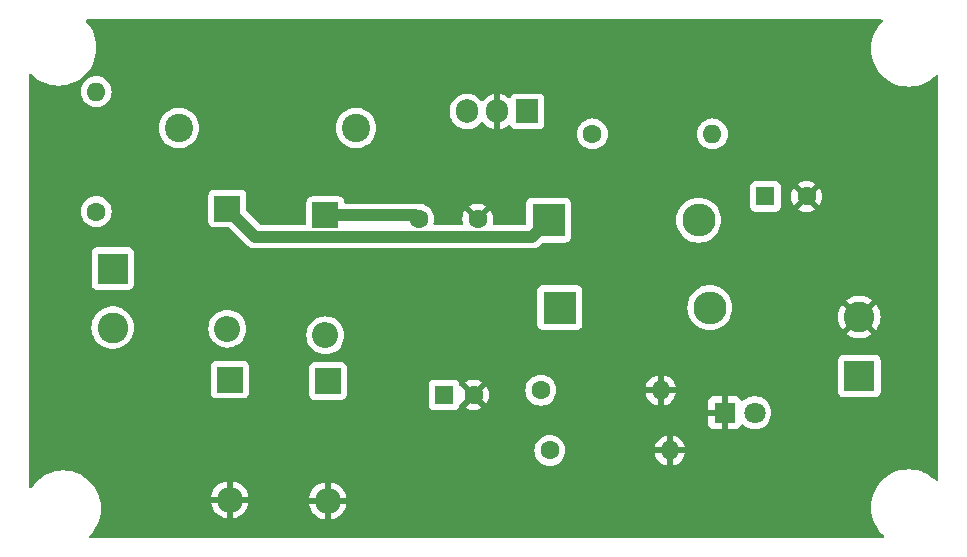
<source format=gbr>
%TF.GenerationSoftware,KiCad,Pcbnew,8.0.8*%
%TF.CreationDate,2026-02-04T08:37:40+05:30*%
%TF.ProjectId,power supply,706f7765-7220-4737-9570-706c792e6b69,rev?*%
%TF.SameCoordinates,Original*%
%TF.FileFunction,Copper,L1,Top*%
%TF.FilePolarity,Positive*%
%FSLAX46Y46*%
G04 Gerber Fmt 4.6, Leading zero omitted, Abs format (unit mm)*
G04 Created by KiCad (PCBNEW 8.0.8) date 2026-02-04 08:37:40*
%MOMM*%
%LPD*%
G01*
G04 APERTURE LIST*
%TA.AperFunction,ComponentPad*%
%ADD10R,2.200000X2.200000*%
%TD*%
%TA.AperFunction,ComponentPad*%
%ADD11O,2.200000X2.200000*%
%TD*%
%TA.AperFunction,ComponentPad*%
%ADD12R,2.600000X2.600000*%
%TD*%
%TA.AperFunction,ComponentPad*%
%ADD13C,2.600000*%
%TD*%
%TA.AperFunction,ComponentPad*%
%ADD14C,1.600000*%
%TD*%
%TA.AperFunction,ComponentPad*%
%ADD15O,1.600000X1.600000*%
%TD*%
%TA.AperFunction,ComponentPad*%
%ADD16R,1.800000X1.800000*%
%TD*%
%TA.AperFunction,ComponentPad*%
%ADD17C,1.800000*%
%TD*%
%TA.AperFunction,ComponentPad*%
%ADD18R,2.800000X2.800000*%
%TD*%
%TA.AperFunction,ComponentPad*%
%ADD19O,2.800000X2.800000*%
%TD*%
%TA.AperFunction,ComponentPad*%
%ADD20R,1.600000X1.600000*%
%TD*%
%TA.AperFunction,ComponentPad*%
%ADD21C,2.400000*%
%TD*%
%TA.AperFunction,ComponentPad*%
%ADD22R,1.905000X2.000000*%
%TD*%
%TA.AperFunction,ComponentPad*%
%ADD23O,1.905000X2.000000*%
%TD*%
%TA.AperFunction,Conductor*%
%ADD24C,1.000000*%
%TD*%
G04 APERTURE END LIST*
D10*
%TO.P,D1,1,K*%
%TO.N,Net-(D1-K)*%
X99300000Y-120920000D03*
D11*
%TO.P,D1,2,A*%
%TO.N,Net-(D1-A)*%
X99300000Y-131080000D03*
%TD*%
D10*
%TO.P,D2,1,K*%
%TO.N,Net-(D1-A)*%
X99500000Y-135400000D03*
D11*
%TO.P,D2,2,A*%
%TO.N,GND*%
X99500000Y-145560000D03*
%TD*%
D12*
%TO.P,J1,1,Pin_1*%
%TO.N,Net-(J1-Pin_1)*%
X89600000Y-126000000D03*
D13*
%TO.P,J1,2,Pin_2*%
%TO.N,Net-(D3-A)*%
X89600000Y-131000000D03*
%TD*%
D14*
%TO.P,R1,1*%
%TO.N,Net-(J1-Pin_1)*%
X88200000Y-121180000D03*
D15*
%TO.P,R1,2*%
%TO.N,Net-(D1-A)*%
X88200000Y-111020000D03*
%TD*%
D12*
%TO.P,J2,1,Pin_1*%
%TO.N,+5V*%
X152800000Y-135100000D03*
D13*
%TO.P,J2,2,Pin_2*%
%TO.N,GND*%
X152800000Y-130100000D03*
%TD*%
D14*
%TO.P,C2,1*%
%TO.N,Net-(D1-K)*%
X115500000Y-121800000D03*
%TO.P,C2,2*%
%TO.N,GND*%
X120500000Y-121800000D03*
%TD*%
D10*
%TO.P,D3,1,K*%
%TO.N,Net-(D1-K)*%
X107600000Y-121500000D03*
D11*
%TO.P,D3,2,A*%
%TO.N,Net-(D3-A)*%
X107600000Y-131660000D03*
%TD*%
D14*
%TO.P,R2,1*%
%TO.N,Net-(D5-A)*%
X125840000Y-136300000D03*
D15*
%TO.P,R2,2*%
%TO.N,GND*%
X136000000Y-136300000D03*
%TD*%
D16*
%TO.P,D7,1,K*%
%TO.N,GND*%
X141400000Y-138200000D03*
D17*
%TO.P,D7,2,A*%
%TO.N,Net-(D7-A)*%
X143940000Y-138200000D03*
%TD*%
D18*
%TO.P,D5,1,K*%
%TO.N,Net-(D1-K)*%
X126500000Y-121900000D03*
D19*
%TO.P,D5,2,A*%
%TO.N,Net-(D5-A)*%
X139200000Y-121900000D03*
%TD*%
D20*
%TO.P,C3,1*%
%TO.N,Net-(D1-K)*%
X117647349Y-136700000D03*
D14*
%TO.P,C3,2*%
%TO.N,GND*%
X120147349Y-136700000D03*
%TD*%
D21*
%TO.P,C1,1*%
%TO.N,Net-(J1-Pin_1)*%
X95200000Y-114100000D03*
%TO.P,C1,2*%
%TO.N,Net-(D1-A)*%
X110200000Y-114100000D03*
%TD*%
D14*
%TO.P,R3,1*%
%TO.N,Net-(D6-A)*%
X126600000Y-141400000D03*
D15*
%TO.P,R3,2*%
%TO.N,GND*%
X136760000Y-141400000D03*
%TD*%
D14*
%TO.P,R4,1*%
%TO.N,Net-(D1-K)*%
X130200000Y-114600000D03*
D15*
%TO.P,R4,2*%
%TO.N,Net-(D7-A)*%
X140360000Y-114600000D03*
%TD*%
D20*
%TO.P,C4,1*%
%TO.N,+5V*%
X144847349Y-119900000D03*
D14*
%TO.P,C4,2*%
%TO.N,GND*%
X148347349Y-119900000D03*
%TD*%
D22*
%TO.P,U1,1,VI*%
%TO.N,Net-(D1-K)*%
X124680000Y-112700000D03*
D23*
%TO.P,U1,2,GND*%
%TO.N,GND*%
X122140000Y-112700000D03*
%TO.P,U1,3,VO*%
%TO.N,+5V*%
X119600000Y-112700000D03*
%TD*%
D10*
%TO.P,D4,1,K*%
%TO.N,Net-(D3-A)*%
X107800000Y-135500000D03*
D11*
%TO.P,D4,2,A*%
%TO.N,GND*%
X107800000Y-145660000D03*
%TD*%
D18*
%TO.P,D6,1,K*%
%TO.N,Net-(D1-K)*%
X127450000Y-129300000D03*
D19*
%TO.P,D6,2,A*%
%TO.N,Net-(D6-A)*%
X140150000Y-129300000D03*
%TD*%
D24*
%TO.N,Net-(D1-K)*%
X125100000Y-123300000D02*
X101680000Y-123300000D01*
X107600000Y-121500000D02*
X115200000Y-121500000D01*
X126500000Y-121900000D02*
X125100000Y-123300000D01*
X101680000Y-123300000D02*
X99300000Y-120920000D01*
X115200000Y-121500000D02*
X115500000Y-121800000D01*
%TD*%
%TA.AperFunction,Conductor*%
%TO.N,GND*%
G36*
X154736080Y-104920185D02*
G01*
X154781835Y-104972989D01*
X154791779Y-105042147D01*
X154762754Y-105105703D01*
X154751668Y-105116959D01*
X154733343Y-105133334D01*
X154493805Y-105401377D01*
X154285790Y-105694545D01*
X154111905Y-106009168D01*
X153974339Y-106341281D01*
X153874828Y-106686694D01*
X153874826Y-106686703D01*
X153814614Y-107041085D01*
X153814612Y-107041097D01*
X153794457Y-107400000D01*
X153814612Y-107758902D01*
X153814614Y-107758914D01*
X153874826Y-108113296D01*
X153874828Y-108113305D01*
X153974339Y-108458718D01*
X154111905Y-108790831D01*
X154285790Y-109105454D01*
X154422851Y-109298622D01*
X154493806Y-109398623D01*
X154733339Y-109666661D01*
X155001377Y-109906194D01*
X155294548Y-110114211D01*
X155609167Y-110288094D01*
X155941276Y-110425659D01*
X156286700Y-110525173D01*
X156641093Y-110585387D01*
X157000000Y-110605543D01*
X157358907Y-110585387D01*
X157713300Y-110525173D01*
X158058724Y-110425659D01*
X158390833Y-110288094D01*
X158705452Y-110114211D01*
X158998623Y-109906194D01*
X159266661Y-109666661D01*
X159283040Y-109648331D01*
X159342387Y-109611461D01*
X159412248Y-109612528D01*
X159470443Y-109651196D01*
X159498493Y-109715188D01*
X159499500Y-109730958D01*
X159499500Y-143869040D01*
X159479815Y-143936079D01*
X159427011Y-143981834D01*
X159357853Y-143991778D01*
X159294297Y-143962753D01*
X159283042Y-143951669D01*
X159266662Y-143933340D01*
X158998622Y-143693805D01*
X158705454Y-143485790D01*
X158390831Y-143311905D01*
X158300139Y-143274339D01*
X158058724Y-143174341D01*
X158058720Y-143174339D01*
X158058718Y-143174339D01*
X157713305Y-143074828D01*
X157713296Y-143074826D01*
X157358914Y-143014614D01*
X157358902Y-143014612D01*
X157000000Y-142994457D01*
X156641097Y-143014612D01*
X156641085Y-143014614D01*
X156286703Y-143074826D01*
X156286694Y-143074828D01*
X155941281Y-143174339D01*
X155609168Y-143311905D01*
X155294545Y-143485790D01*
X155001377Y-143693805D01*
X154733339Y-143933339D01*
X154493805Y-144201377D01*
X154285790Y-144494545D01*
X154111905Y-144809168D01*
X153974339Y-145141281D01*
X153874828Y-145486694D01*
X153874826Y-145486703D01*
X153814614Y-145841085D01*
X153814612Y-145841097D01*
X153794457Y-146200000D01*
X153814612Y-146558902D01*
X153814614Y-146558914D01*
X153874826Y-146913296D01*
X153874828Y-146913305D01*
X153974339Y-147258718D01*
X154111905Y-147590831D01*
X154285790Y-147905454D01*
X154396583Y-148061601D01*
X154493806Y-148198623D01*
X154733339Y-148466661D01*
X154863568Y-148583041D01*
X154900439Y-148642390D01*
X154899370Y-148712251D01*
X154860700Y-148770444D01*
X154796708Y-148798493D01*
X154780941Y-148799500D01*
X87730959Y-148799500D01*
X87663920Y-148779815D01*
X87618165Y-148727011D01*
X87608221Y-148657853D01*
X87637246Y-148594297D01*
X87648332Y-148583041D01*
X87653941Y-148578027D01*
X87666661Y-148566661D01*
X87906194Y-148298623D01*
X88114211Y-148005452D01*
X88288094Y-147690833D01*
X88425659Y-147358724D01*
X88525173Y-147013300D01*
X88585387Y-146658907D01*
X88605543Y-146300000D01*
X88585387Y-145941093D01*
X88525173Y-145586700D01*
X88445458Y-145309999D01*
X97914728Y-145309999D01*
X97914729Y-145310000D01*
X99009252Y-145310000D01*
X98987482Y-145347708D01*
X98950000Y-145487591D01*
X98950000Y-145632409D01*
X98987482Y-145772292D01*
X99009252Y-145810000D01*
X97914728Y-145810000D01*
X97914811Y-145811067D01*
X97973603Y-146055956D01*
X98069980Y-146288631D01*
X98201568Y-146503362D01*
X98201571Y-146503367D01*
X98365130Y-146694869D01*
X98556632Y-146858428D01*
X98556637Y-146858431D01*
X98771368Y-146990019D01*
X99004043Y-147086396D01*
X99248932Y-147145188D01*
X99249999Y-147145271D01*
X99250000Y-147145271D01*
X99250000Y-146050747D01*
X99287708Y-146072518D01*
X99427591Y-146110000D01*
X99572409Y-146110000D01*
X99712292Y-146072518D01*
X99750000Y-146050747D01*
X99750000Y-147145271D01*
X99751067Y-147145188D01*
X99995956Y-147086396D01*
X100228631Y-146990019D01*
X100443362Y-146858431D01*
X100443367Y-146858428D01*
X100634869Y-146694869D01*
X100798428Y-146503367D01*
X100798431Y-146503362D01*
X100930019Y-146288631D01*
X101026396Y-146055956D01*
X101085188Y-145811067D01*
X101085272Y-145810000D01*
X99990748Y-145810000D01*
X100012518Y-145772292D01*
X100050000Y-145632409D01*
X100050000Y-145487591D01*
X100029209Y-145409999D01*
X106214728Y-145409999D01*
X106214729Y-145410000D01*
X107309252Y-145410000D01*
X107287482Y-145447708D01*
X107250000Y-145587591D01*
X107250000Y-145732409D01*
X107287482Y-145872292D01*
X107309252Y-145910000D01*
X106214728Y-145910000D01*
X106214811Y-145911067D01*
X106273603Y-146155956D01*
X106369980Y-146388631D01*
X106501568Y-146603362D01*
X106501571Y-146603367D01*
X106665130Y-146794869D01*
X106856632Y-146958428D01*
X106856637Y-146958431D01*
X107071368Y-147090019D01*
X107304043Y-147186396D01*
X107548932Y-147245188D01*
X107549999Y-147245271D01*
X107550000Y-147245271D01*
X107550000Y-146150747D01*
X107587708Y-146172518D01*
X107727591Y-146210000D01*
X107872409Y-146210000D01*
X108012292Y-146172518D01*
X108050000Y-146150747D01*
X108050000Y-147245271D01*
X108051067Y-147245188D01*
X108295956Y-147186396D01*
X108528631Y-147090019D01*
X108743362Y-146958431D01*
X108743367Y-146958428D01*
X108934869Y-146794869D01*
X109098428Y-146603367D01*
X109098431Y-146603362D01*
X109230019Y-146388631D01*
X109326396Y-146155956D01*
X109385188Y-145911067D01*
X109385272Y-145910000D01*
X108290748Y-145910000D01*
X108312518Y-145872292D01*
X108350000Y-145732409D01*
X108350000Y-145587591D01*
X108312518Y-145447708D01*
X108290748Y-145410000D01*
X109385271Y-145410000D01*
X109385271Y-145409999D01*
X109385188Y-145408932D01*
X109326396Y-145164043D01*
X109230019Y-144931368D01*
X109098431Y-144716637D01*
X109098428Y-144716632D01*
X108934869Y-144525130D01*
X108743367Y-144361571D01*
X108743362Y-144361568D01*
X108528631Y-144229980D01*
X108295956Y-144133603D01*
X108051064Y-144074811D01*
X108050000Y-144074726D01*
X108050000Y-145169252D01*
X108012292Y-145147482D01*
X107872409Y-145110000D01*
X107727591Y-145110000D01*
X107587708Y-145147482D01*
X107550000Y-145169252D01*
X107550000Y-144074726D01*
X107548935Y-144074811D01*
X107304043Y-144133603D01*
X107071368Y-144229980D01*
X106856637Y-144361568D01*
X106856632Y-144361571D01*
X106665130Y-144525130D01*
X106501571Y-144716632D01*
X106501568Y-144716637D01*
X106369980Y-144931368D01*
X106273603Y-145164043D01*
X106214811Y-145408932D01*
X106214728Y-145409999D01*
X100029209Y-145409999D01*
X100012518Y-145347708D01*
X99990748Y-145310000D01*
X101085271Y-145310000D01*
X101085271Y-145309999D01*
X101085188Y-145308932D01*
X101026396Y-145064043D01*
X100930019Y-144831368D01*
X100798431Y-144616637D01*
X100798428Y-144616632D01*
X100634869Y-144425130D01*
X100443367Y-144261571D01*
X100443362Y-144261568D01*
X100228631Y-144129980D01*
X99995956Y-144033603D01*
X99751064Y-143974811D01*
X99750000Y-143974726D01*
X99750000Y-145069252D01*
X99712292Y-145047482D01*
X99572409Y-145010000D01*
X99427591Y-145010000D01*
X99287708Y-145047482D01*
X99250000Y-145069252D01*
X99250000Y-143974726D01*
X99248935Y-143974811D01*
X99004043Y-144033603D01*
X98771368Y-144129980D01*
X98556637Y-144261568D01*
X98556632Y-144261571D01*
X98365130Y-144425130D01*
X98201571Y-144616632D01*
X98201568Y-144616637D01*
X98069980Y-144831368D01*
X97973603Y-145064043D01*
X97914811Y-145308932D01*
X97914728Y-145309999D01*
X88445458Y-145309999D01*
X88425659Y-145241276D01*
X88288094Y-144909167D01*
X88114211Y-144594548D01*
X87906194Y-144301377D01*
X87666661Y-144033339D01*
X87398623Y-143793806D01*
X87257686Y-143693805D01*
X87105454Y-143585790D01*
X86790831Y-143411905D01*
X86549413Y-143311906D01*
X86458724Y-143274341D01*
X86458720Y-143274339D01*
X86458718Y-143274339D01*
X86113305Y-143174828D01*
X86113296Y-143174826D01*
X85758914Y-143114614D01*
X85758902Y-143114612D01*
X85400000Y-143094457D01*
X85041097Y-143114612D01*
X85041085Y-143114614D01*
X84686703Y-143174826D01*
X84686694Y-143174828D01*
X84341281Y-143274339D01*
X84009168Y-143411905D01*
X83694545Y-143585790D01*
X83401377Y-143793805D01*
X83133339Y-144033339D01*
X82893805Y-144301377D01*
X82725629Y-144538398D01*
X82670781Y-144581681D01*
X82601239Y-144588441D01*
X82539082Y-144556530D01*
X82504045Y-144496080D01*
X82500500Y-144466642D01*
X82500500Y-141399998D01*
X125294532Y-141399998D01*
X125294532Y-141400001D01*
X125314364Y-141626686D01*
X125314366Y-141626697D01*
X125373258Y-141846488D01*
X125373261Y-141846497D01*
X125469431Y-142052732D01*
X125469432Y-142052734D01*
X125599954Y-142239141D01*
X125760858Y-142400045D01*
X125760861Y-142400047D01*
X125947266Y-142530568D01*
X126153504Y-142626739D01*
X126373308Y-142685635D01*
X126535230Y-142699801D01*
X126599998Y-142705468D01*
X126600000Y-142705468D01*
X126600002Y-142705468D01*
X126656673Y-142700509D01*
X126826692Y-142685635D01*
X127046496Y-142626739D01*
X127252734Y-142530568D01*
X127439139Y-142400047D01*
X127600047Y-142239139D01*
X127730568Y-142052734D01*
X127826739Y-141846496D01*
X127885635Y-141626692D01*
X127905468Y-141400000D01*
X127885635Y-141173308D01*
X127879389Y-141149999D01*
X135481127Y-141149999D01*
X135481128Y-141150000D01*
X136444314Y-141150000D01*
X136439920Y-141154394D01*
X136387259Y-141245606D01*
X136360000Y-141347339D01*
X136360000Y-141452661D01*
X136387259Y-141554394D01*
X136439920Y-141645606D01*
X136444314Y-141650000D01*
X135481128Y-141650000D01*
X135533730Y-141846317D01*
X135533734Y-141846326D01*
X135629865Y-142052482D01*
X135760342Y-142238820D01*
X135921179Y-142399657D01*
X136107517Y-142530134D01*
X136313673Y-142626265D01*
X136313682Y-142626269D01*
X136509999Y-142678872D01*
X136510000Y-142678871D01*
X136510000Y-141715686D01*
X136514394Y-141720080D01*
X136605606Y-141772741D01*
X136707339Y-141800000D01*
X136812661Y-141800000D01*
X136914394Y-141772741D01*
X137005606Y-141720080D01*
X137010000Y-141715686D01*
X137010000Y-142678872D01*
X137206317Y-142626269D01*
X137206326Y-142626265D01*
X137412482Y-142530134D01*
X137598820Y-142399657D01*
X137759657Y-142238820D01*
X137890134Y-142052482D01*
X137986265Y-141846326D01*
X137986269Y-141846317D01*
X138038872Y-141650000D01*
X137075686Y-141650000D01*
X137080080Y-141645606D01*
X137132741Y-141554394D01*
X137160000Y-141452661D01*
X137160000Y-141347339D01*
X137132741Y-141245606D01*
X137080080Y-141154394D01*
X137075686Y-141150000D01*
X138038872Y-141150000D01*
X138038872Y-141149999D01*
X137986269Y-140953682D01*
X137986265Y-140953673D01*
X137890134Y-140747517D01*
X137759657Y-140561179D01*
X137598820Y-140400342D01*
X137412482Y-140269865D01*
X137206328Y-140173734D01*
X137010000Y-140121127D01*
X137010000Y-141084314D01*
X137005606Y-141079920D01*
X136914394Y-141027259D01*
X136812661Y-141000000D01*
X136707339Y-141000000D01*
X136605606Y-141027259D01*
X136514394Y-141079920D01*
X136510000Y-141084314D01*
X136510000Y-140121127D01*
X136313671Y-140173734D01*
X136107517Y-140269865D01*
X135921179Y-140400342D01*
X135760342Y-140561179D01*
X135629865Y-140747517D01*
X135533734Y-140953673D01*
X135533730Y-140953682D01*
X135481127Y-141149999D01*
X127879389Y-141149999D01*
X127826739Y-140953504D01*
X127730568Y-140747266D01*
X127600047Y-140560861D01*
X127600045Y-140560858D01*
X127439141Y-140399954D01*
X127252734Y-140269432D01*
X127252732Y-140269431D01*
X127046497Y-140173261D01*
X127046488Y-140173258D01*
X126826697Y-140114366D01*
X126826693Y-140114365D01*
X126826692Y-140114365D01*
X126826691Y-140114364D01*
X126826686Y-140114364D01*
X126600002Y-140094532D01*
X126599998Y-140094532D01*
X126373313Y-140114364D01*
X126373302Y-140114366D01*
X126153511Y-140173258D01*
X126153502Y-140173261D01*
X125947267Y-140269431D01*
X125947265Y-140269432D01*
X125760858Y-140399954D01*
X125599954Y-140560858D01*
X125469432Y-140747265D01*
X125469431Y-140747267D01*
X125373261Y-140953502D01*
X125373258Y-140953511D01*
X125314366Y-141173302D01*
X125314364Y-141173313D01*
X125294532Y-141399998D01*
X82500500Y-141399998D01*
X82500500Y-134252135D01*
X97899500Y-134252135D01*
X97899500Y-136547870D01*
X97899501Y-136547876D01*
X97905908Y-136607483D01*
X97956202Y-136742328D01*
X97956206Y-136742335D01*
X98042452Y-136857544D01*
X98042455Y-136857547D01*
X98157664Y-136943793D01*
X98157671Y-136943797D01*
X98292517Y-136994091D01*
X98292516Y-136994091D01*
X98299444Y-136994835D01*
X98352127Y-137000500D01*
X100647872Y-137000499D01*
X100707483Y-136994091D01*
X100842331Y-136943796D01*
X100957546Y-136857546D01*
X101043796Y-136742331D01*
X101094091Y-136607483D01*
X101100500Y-136547873D01*
X101100499Y-134352135D01*
X106199500Y-134352135D01*
X106199500Y-136647870D01*
X106199501Y-136647876D01*
X106205908Y-136707483D01*
X106256202Y-136842328D01*
X106256206Y-136842335D01*
X106342452Y-136957544D01*
X106342455Y-136957547D01*
X106457664Y-137043793D01*
X106457671Y-137043797D01*
X106592517Y-137094091D01*
X106592516Y-137094091D01*
X106599444Y-137094835D01*
X106652127Y-137100500D01*
X108947872Y-137100499D01*
X109007483Y-137094091D01*
X109142331Y-137043796D01*
X109257546Y-136957546D01*
X109343796Y-136842331D01*
X109394091Y-136707483D01*
X109400500Y-136647873D01*
X109400500Y-135852135D01*
X116346849Y-135852135D01*
X116346849Y-137547870D01*
X116346850Y-137547876D01*
X116353257Y-137607483D01*
X116403551Y-137742328D01*
X116403555Y-137742335D01*
X116489801Y-137857544D01*
X116489804Y-137857547D01*
X116605013Y-137943793D01*
X116605020Y-137943797D01*
X116739866Y-137994091D01*
X116739865Y-137994091D01*
X116746793Y-137994835D01*
X116799476Y-138000500D01*
X118495221Y-138000499D01*
X118554832Y-137994091D01*
X118689680Y-137943796D01*
X118804895Y-137857546D01*
X118891145Y-137742331D01*
X118941440Y-137607483D01*
X118947849Y-137547873D01*
X118947848Y-137547845D01*
X118948027Y-137544547D01*
X118949532Y-137544627D01*
X118967461Y-137483326D01*
X119020217Y-137437514D01*
X119063814Y-137429981D01*
X119747349Y-136746446D01*
X119747349Y-136752661D01*
X119774608Y-136854394D01*
X119827269Y-136945606D01*
X119901743Y-137020080D01*
X119992955Y-137072741D01*
X120094688Y-137100000D01*
X120100902Y-137100000D01*
X119421875Y-137779025D01*
X119494862Y-137830132D01*
X119494870Y-137830136D01*
X119701017Y-137926264D01*
X119701031Y-137926269D01*
X119920738Y-137985139D01*
X119920749Y-137985141D01*
X120147347Y-138004966D01*
X120147351Y-138004966D01*
X120373948Y-137985141D01*
X120373959Y-137985139D01*
X120593666Y-137926269D01*
X120593680Y-137926264D01*
X120799827Y-137830136D01*
X120872820Y-137779024D01*
X120193796Y-137100000D01*
X120200010Y-137100000D01*
X120301743Y-137072741D01*
X120392955Y-137020080D01*
X120467429Y-136945606D01*
X120520090Y-136854394D01*
X120547349Y-136752661D01*
X120547349Y-136746447D01*
X121226373Y-137425471D01*
X121277485Y-137352478D01*
X121373613Y-137146331D01*
X121373618Y-137146317D01*
X121432488Y-136926610D01*
X121432490Y-136926599D01*
X121452315Y-136700002D01*
X121452315Y-136699997D01*
X121432490Y-136473400D01*
X121432488Y-136473389D01*
X121386028Y-136299998D01*
X124534532Y-136299998D01*
X124534532Y-136300001D01*
X124554364Y-136526686D01*
X124554366Y-136526697D01*
X124613258Y-136746488D01*
X124613261Y-136746497D01*
X124709431Y-136952732D01*
X124709432Y-136952734D01*
X124839954Y-137139141D01*
X125000858Y-137300045D01*
X125000861Y-137300047D01*
X125187266Y-137430568D01*
X125393504Y-137526739D01*
X125613308Y-137585635D01*
X125775230Y-137599801D01*
X125839998Y-137605468D01*
X125840000Y-137605468D01*
X125840002Y-137605468D01*
X125896673Y-137600509D01*
X126066692Y-137585635D01*
X126286496Y-137526739D01*
X126492734Y-137430568D01*
X126679139Y-137300047D01*
X126840047Y-137139139D01*
X126970568Y-136952734D01*
X127066739Y-136746496D01*
X127125635Y-136526692D01*
X127145468Y-136300000D01*
X127141414Y-136253668D01*
X127125635Y-136073313D01*
X127125635Y-136073308D01*
X127119389Y-136049999D01*
X134721127Y-136049999D01*
X134721128Y-136050000D01*
X135684314Y-136050000D01*
X135679920Y-136054394D01*
X135627259Y-136145606D01*
X135600000Y-136247339D01*
X135600000Y-136352661D01*
X135627259Y-136454394D01*
X135679920Y-136545606D01*
X135684314Y-136550000D01*
X134721128Y-136550000D01*
X134773730Y-136746317D01*
X134773734Y-136746326D01*
X134869865Y-136952482D01*
X135000342Y-137138820D01*
X135161179Y-137299657D01*
X135347517Y-137430134D01*
X135553673Y-137526265D01*
X135553682Y-137526269D01*
X135749999Y-137578872D01*
X135750000Y-137578871D01*
X135750000Y-136615686D01*
X135754394Y-136620080D01*
X135845606Y-136672741D01*
X135947339Y-136700000D01*
X136052661Y-136700000D01*
X136154394Y-136672741D01*
X136245606Y-136620080D01*
X136250000Y-136615686D01*
X136250000Y-137578872D01*
X136446317Y-137526269D01*
X136446326Y-137526265D01*
X136652482Y-137430134D01*
X136838820Y-137299657D01*
X136886322Y-137252155D01*
X140000000Y-137252155D01*
X140000000Y-137950000D01*
X141024722Y-137950000D01*
X140980667Y-138026306D01*
X140950000Y-138140756D01*
X140950000Y-138259244D01*
X140980667Y-138373694D01*
X141024722Y-138450000D01*
X140000000Y-138450000D01*
X140000000Y-139147844D01*
X140006401Y-139207372D01*
X140006403Y-139207379D01*
X140056645Y-139342086D01*
X140056649Y-139342093D01*
X140142809Y-139457187D01*
X140142812Y-139457190D01*
X140257906Y-139543350D01*
X140257913Y-139543354D01*
X140392620Y-139593596D01*
X140392627Y-139593598D01*
X140452155Y-139599999D01*
X140452172Y-139600000D01*
X141150000Y-139600000D01*
X141150000Y-138575277D01*
X141226306Y-138619333D01*
X141340756Y-138650000D01*
X141459244Y-138650000D01*
X141573694Y-138619333D01*
X141650000Y-138575277D01*
X141650000Y-139600000D01*
X142347828Y-139600000D01*
X142347844Y-139599999D01*
X142407372Y-139593598D01*
X142407379Y-139593596D01*
X142542086Y-139543354D01*
X142542093Y-139543350D01*
X142657187Y-139457190D01*
X142657190Y-139457187D01*
X142743350Y-139342093D01*
X142743355Y-139342084D01*
X142772075Y-139265081D01*
X142813945Y-139209147D01*
X142879409Y-139184729D01*
X142947682Y-139199580D01*
X142979484Y-139224428D01*
X142988216Y-139233913D01*
X142988219Y-139233915D01*
X142988222Y-139233918D01*
X143171365Y-139376464D01*
X143171371Y-139376468D01*
X143171374Y-139376470D01*
X143375497Y-139486936D01*
X143489487Y-139526068D01*
X143595015Y-139562297D01*
X143595017Y-139562297D01*
X143595019Y-139562298D01*
X143823951Y-139600500D01*
X143823952Y-139600500D01*
X144056048Y-139600500D01*
X144056049Y-139600500D01*
X144284981Y-139562298D01*
X144504503Y-139486936D01*
X144708626Y-139376470D01*
X144891784Y-139233913D01*
X145048979Y-139063153D01*
X145175924Y-138868849D01*
X145269157Y-138656300D01*
X145326134Y-138431305D01*
X145345300Y-138200000D01*
X145345300Y-138199993D01*
X145326135Y-137968702D01*
X145326133Y-137968691D01*
X145269157Y-137743699D01*
X145175924Y-137531151D01*
X145048983Y-137336852D01*
X145048980Y-137336849D01*
X145048979Y-137336847D01*
X144891784Y-137166087D01*
X144891779Y-137166083D01*
X144891777Y-137166081D01*
X144708634Y-137023535D01*
X144708628Y-137023531D01*
X144504504Y-136913064D01*
X144504495Y-136913061D01*
X144284984Y-136837702D01*
X144097404Y-136806401D01*
X144056049Y-136799500D01*
X143823951Y-136799500D01*
X143782596Y-136806401D01*
X143595015Y-136837702D01*
X143375504Y-136913061D01*
X143375495Y-136913064D01*
X143171371Y-137023531D01*
X143171365Y-137023535D01*
X142988222Y-137166081D01*
X142988215Y-137166087D01*
X142979484Y-137175572D01*
X142919595Y-137211561D01*
X142849757Y-137209458D01*
X142792143Y-137169932D01*
X142772075Y-137134918D01*
X142743355Y-137057915D01*
X142743350Y-137057906D01*
X142657190Y-136942812D01*
X142657187Y-136942809D01*
X142542093Y-136856649D01*
X142542086Y-136856645D01*
X142407379Y-136806403D01*
X142407372Y-136806401D01*
X142347844Y-136800000D01*
X141650000Y-136800000D01*
X141650000Y-137824722D01*
X141573694Y-137780667D01*
X141459244Y-137750000D01*
X141340756Y-137750000D01*
X141226306Y-137780667D01*
X141150000Y-137824722D01*
X141150000Y-136800000D01*
X140452155Y-136800000D01*
X140392627Y-136806401D01*
X140392620Y-136806403D01*
X140257913Y-136856645D01*
X140257906Y-136856649D01*
X140142812Y-136942809D01*
X140142809Y-136942812D01*
X140056649Y-137057906D01*
X140056645Y-137057913D01*
X140006403Y-137192620D01*
X140006401Y-137192627D01*
X140000000Y-137252155D01*
X136886322Y-137252155D01*
X136999657Y-137138820D01*
X137130134Y-136952482D01*
X137226265Y-136746326D01*
X137226269Y-136746317D01*
X137278872Y-136550000D01*
X136315686Y-136550000D01*
X136320080Y-136545606D01*
X136372741Y-136454394D01*
X136400000Y-136352661D01*
X136400000Y-136247339D01*
X136372741Y-136145606D01*
X136320080Y-136054394D01*
X136315686Y-136050000D01*
X137278872Y-136050000D01*
X137278872Y-136049999D01*
X137226269Y-135853682D01*
X137226265Y-135853673D01*
X137130134Y-135647517D01*
X136999657Y-135461179D01*
X136838820Y-135300342D01*
X136652482Y-135169865D01*
X136446328Y-135073734D01*
X136250000Y-135021127D01*
X136250000Y-135984314D01*
X136245606Y-135979920D01*
X136154394Y-135927259D01*
X136052661Y-135900000D01*
X135947339Y-135900000D01*
X135845606Y-135927259D01*
X135754394Y-135979920D01*
X135750000Y-135984314D01*
X135750000Y-135021127D01*
X135553671Y-135073734D01*
X135347517Y-135169865D01*
X135161179Y-135300342D01*
X135000342Y-135461179D01*
X134869865Y-135647517D01*
X134773734Y-135853673D01*
X134773730Y-135853682D01*
X134721127Y-136049999D01*
X127119389Y-136049999D01*
X127066739Y-135853504D01*
X126970568Y-135647266D01*
X126840047Y-135460861D01*
X126840045Y-135460858D01*
X126679141Y-135299954D01*
X126492734Y-135169432D01*
X126492732Y-135169431D01*
X126286497Y-135073261D01*
X126286488Y-135073258D01*
X126066697Y-135014366D01*
X126066693Y-135014365D01*
X126066692Y-135014365D01*
X126066691Y-135014364D01*
X126066686Y-135014364D01*
X125840002Y-134994532D01*
X125839998Y-134994532D01*
X125613313Y-135014364D01*
X125613302Y-135014366D01*
X125393511Y-135073258D01*
X125393502Y-135073261D01*
X125187267Y-135169431D01*
X125187265Y-135169432D01*
X125000858Y-135299954D01*
X124839954Y-135460858D01*
X124709432Y-135647265D01*
X124709431Y-135647267D01*
X124613261Y-135853502D01*
X124613258Y-135853511D01*
X124554366Y-136073302D01*
X124554364Y-136073313D01*
X124534532Y-136299998D01*
X121386028Y-136299998D01*
X121373618Y-136253682D01*
X121373613Y-136253668D01*
X121277485Y-136047521D01*
X121277481Y-136047513D01*
X121226374Y-135974526D01*
X120547349Y-136653551D01*
X120547349Y-136647339D01*
X120520090Y-136545606D01*
X120467429Y-136454394D01*
X120392955Y-136379920D01*
X120301743Y-136327259D01*
X120200010Y-136300000D01*
X120193794Y-136300000D01*
X120872821Y-135620974D01*
X120799827Y-135569863D01*
X120593680Y-135473735D01*
X120593666Y-135473730D01*
X120373959Y-135414860D01*
X120373948Y-135414858D01*
X120147351Y-135395034D01*
X120147347Y-135395034D01*
X119920749Y-135414858D01*
X119920738Y-135414860D01*
X119701031Y-135473730D01*
X119701022Y-135473734D01*
X119494865Y-135569866D01*
X119494861Y-135569868D01*
X119421875Y-135620973D01*
X119421875Y-135620974D01*
X120100902Y-136300000D01*
X120094688Y-136300000D01*
X119992955Y-136327259D01*
X119901743Y-136379920D01*
X119827269Y-136454394D01*
X119774608Y-136545606D01*
X119747349Y-136647339D01*
X119747349Y-136653552D01*
X119063148Y-135969351D01*
X119014154Y-135959505D01*
X118963971Y-135910889D01*
X118949330Y-135855366D01*
X118948249Y-135855423D01*
X118948203Y-135855429D01*
X118948202Y-135855426D01*
X118948025Y-135855436D01*
X118947848Y-135852135D01*
X118947848Y-135852128D01*
X118941440Y-135792517D01*
X118891145Y-135657669D01*
X118891144Y-135657668D01*
X118891142Y-135657664D01*
X118804896Y-135542455D01*
X118804893Y-135542452D01*
X118689684Y-135456206D01*
X118689677Y-135456202D01*
X118554831Y-135405908D01*
X118554832Y-135405908D01*
X118495232Y-135399501D01*
X118495230Y-135399500D01*
X118495222Y-135399500D01*
X118495213Y-135399500D01*
X116799478Y-135399500D01*
X116799472Y-135399501D01*
X116739865Y-135405908D01*
X116605020Y-135456202D01*
X116605013Y-135456206D01*
X116489804Y-135542452D01*
X116489801Y-135542455D01*
X116403555Y-135657664D01*
X116403551Y-135657671D01*
X116353257Y-135792517D01*
X116346850Y-135852116D01*
X116346850Y-135852123D01*
X116346849Y-135852135D01*
X109400500Y-135852135D01*
X109400499Y-134352128D01*
X109394091Y-134292517D01*
X109379027Y-134252129D01*
X109343797Y-134157671D01*
X109343793Y-134157664D01*
X109257547Y-134042455D01*
X109257544Y-134042452D01*
X109142335Y-133956206D01*
X109142328Y-133956202D01*
X109007482Y-133905908D01*
X109007483Y-133905908D01*
X108947883Y-133899501D01*
X108947881Y-133899500D01*
X108947873Y-133899500D01*
X108947864Y-133899500D01*
X106652129Y-133899500D01*
X106652123Y-133899501D01*
X106592516Y-133905908D01*
X106457671Y-133956202D01*
X106457664Y-133956206D01*
X106342455Y-134042452D01*
X106342452Y-134042455D01*
X106256206Y-134157664D01*
X106256202Y-134157671D01*
X106205908Y-134292517D01*
X106199501Y-134352116D01*
X106199501Y-134352123D01*
X106199500Y-134352135D01*
X101100499Y-134352135D01*
X101100499Y-134252128D01*
X101094091Y-134192517D01*
X101081094Y-134157671D01*
X101043797Y-134057671D01*
X101043793Y-134057664D01*
X100957547Y-133942455D01*
X100957544Y-133942452D01*
X100842335Y-133856206D01*
X100842328Y-133856202D01*
X100707482Y-133805908D01*
X100707483Y-133805908D01*
X100647883Y-133799501D01*
X100647881Y-133799500D01*
X100647873Y-133799500D01*
X100647864Y-133799500D01*
X98352129Y-133799500D01*
X98352123Y-133799501D01*
X98292516Y-133805908D01*
X98157671Y-133856202D01*
X98157664Y-133856206D01*
X98042455Y-133942452D01*
X98042452Y-133942455D01*
X97956206Y-134057664D01*
X97956202Y-134057671D01*
X97905908Y-134192517D01*
X97899501Y-134252116D01*
X97899501Y-134252123D01*
X97899500Y-134252135D01*
X82500500Y-134252135D01*
X82500500Y-133752135D01*
X150999500Y-133752135D01*
X150999500Y-136447870D01*
X150999501Y-136447876D01*
X151005908Y-136507483D01*
X151056202Y-136642328D01*
X151056206Y-136642335D01*
X151142452Y-136757544D01*
X151142455Y-136757547D01*
X151257664Y-136843793D01*
X151257671Y-136843797D01*
X151392517Y-136894091D01*
X151392516Y-136894091D01*
X151399444Y-136894835D01*
X151452127Y-136900500D01*
X154147872Y-136900499D01*
X154207483Y-136894091D01*
X154342331Y-136843796D01*
X154457546Y-136757546D01*
X154543796Y-136642331D01*
X154594091Y-136507483D01*
X154600500Y-136447873D01*
X154600499Y-133752128D01*
X154594091Y-133692517D01*
X154543796Y-133557669D01*
X154543795Y-133557668D01*
X154543793Y-133557664D01*
X154457547Y-133442455D01*
X154457544Y-133442452D01*
X154342335Y-133356206D01*
X154342328Y-133356202D01*
X154207482Y-133305908D01*
X154207483Y-133305908D01*
X154147883Y-133299501D01*
X154147881Y-133299500D01*
X154147873Y-133299500D01*
X154147864Y-133299500D01*
X151452129Y-133299500D01*
X151452123Y-133299501D01*
X151392516Y-133305908D01*
X151257671Y-133356202D01*
X151257664Y-133356206D01*
X151142455Y-133442452D01*
X151142452Y-133442455D01*
X151056206Y-133557664D01*
X151056202Y-133557671D01*
X151005908Y-133692517D01*
X150999501Y-133752116D01*
X150999501Y-133752123D01*
X150999500Y-133752135D01*
X82500500Y-133752135D01*
X82500500Y-130999995D01*
X87794451Y-130999995D01*
X87794451Y-131000004D01*
X87814616Y-131269101D01*
X87874664Y-131532188D01*
X87874666Y-131532195D01*
X87926088Y-131663216D01*
X87973257Y-131783398D01*
X88108185Y-132017102D01*
X88244080Y-132187509D01*
X88276442Y-132228089D01*
X88438910Y-132378836D01*
X88474259Y-132411635D01*
X88697226Y-132563651D01*
X88940359Y-132680738D01*
X89198228Y-132760280D01*
X89198229Y-132760280D01*
X89198232Y-132760281D01*
X89465063Y-132800499D01*
X89465068Y-132800499D01*
X89465071Y-132800500D01*
X89465072Y-132800500D01*
X89734928Y-132800500D01*
X89734929Y-132800500D01*
X89734936Y-132800499D01*
X90001767Y-132760281D01*
X90001768Y-132760280D01*
X90001772Y-132760280D01*
X90259641Y-132680738D01*
X90502775Y-132563651D01*
X90725741Y-132411635D01*
X90923561Y-132228085D01*
X91091815Y-132017102D01*
X91226743Y-131783398D01*
X91325334Y-131532195D01*
X91385383Y-131269103D01*
X91394773Y-131143796D01*
X91399554Y-131080000D01*
X97694551Y-131080000D01*
X97714317Y-131331151D01*
X97773126Y-131576110D01*
X97869533Y-131808859D01*
X98001160Y-132023653D01*
X98001161Y-132023656D01*
X98001164Y-132023659D01*
X98164776Y-132215224D01*
X98313066Y-132341875D01*
X98356343Y-132378838D01*
X98356346Y-132378839D01*
X98571140Y-132510466D01*
X98699551Y-132563655D01*
X98803889Y-132606873D01*
X99048852Y-132665683D01*
X99300000Y-132685449D01*
X99551148Y-132665683D01*
X99796111Y-132606873D01*
X100028859Y-132510466D01*
X100243659Y-132378836D01*
X100435224Y-132215224D01*
X100598836Y-132023659D01*
X100730466Y-131808859D01*
X100792125Y-131660000D01*
X105994551Y-131660000D01*
X106014317Y-131911151D01*
X106073126Y-132156110D01*
X106169533Y-132388859D01*
X106301160Y-132603653D01*
X106301161Y-132603656D01*
X106356604Y-132668571D01*
X106464776Y-132795224D01*
X106613066Y-132921875D01*
X106656343Y-132958838D01*
X106656346Y-132958839D01*
X106871140Y-133090466D01*
X107103889Y-133186873D01*
X107348852Y-133245683D01*
X107600000Y-133265449D01*
X107851148Y-133245683D01*
X108096111Y-133186873D01*
X108328859Y-133090466D01*
X108543659Y-132958836D01*
X108735224Y-132795224D01*
X108898836Y-132603659D01*
X109030466Y-132388859D01*
X109126873Y-132156111D01*
X109185683Y-131911148D01*
X109205449Y-131660000D01*
X109185683Y-131408852D01*
X109126873Y-131163889D01*
X109082825Y-131057547D01*
X109030466Y-130931140D01*
X108898839Y-130716346D01*
X108898838Y-130716343D01*
X108754847Y-130547752D01*
X108735224Y-130524776D01*
X108552867Y-130369028D01*
X108543656Y-130361161D01*
X108543653Y-130361160D01*
X108328859Y-130229533D01*
X108096110Y-130133126D01*
X107851151Y-130074317D01*
X107600000Y-130054551D01*
X107348848Y-130074317D01*
X107103889Y-130133126D01*
X106871140Y-130229533D01*
X106656346Y-130361160D01*
X106656343Y-130361161D01*
X106464776Y-130524776D01*
X106301161Y-130716343D01*
X106301160Y-130716346D01*
X106169533Y-130931140D01*
X106073126Y-131163889D01*
X106014317Y-131408848D01*
X105994551Y-131660000D01*
X100792125Y-131660000D01*
X100826873Y-131576111D01*
X100885683Y-131331148D01*
X100905449Y-131080000D01*
X100885683Y-130828852D01*
X100826873Y-130583889D01*
X100811905Y-130547752D01*
X100730466Y-130351140D01*
X100598839Y-130136346D01*
X100598838Y-130136343D01*
X100545862Y-130074317D01*
X100435224Y-129944776D01*
X100301978Y-129830973D01*
X100243656Y-129781161D01*
X100243653Y-129781160D01*
X100028859Y-129649533D01*
X99796110Y-129553126D01*
X99551151Y-129494317D01*
X99300000Y-129474551D01*
X99048848Y-129494317D01*
X98803889Y-129553126D01*
X98571140Y-129649533D01*
X98356346Y-129781160D01*
X98356343Y-129781161D01*
X98164776Y-129944776D01*
X98001161Y-130136343D01*
X98001160Y-130136346D01*
X97869533Y-130351140D01*
X97773126Y-130583889D01*
X97714317Y-130828848D01*
X97694551Y-131080000D01*
X91399554Y-131080000D01*
X91405549Y-131000004D01*
X91405549Y-130999995D01*
X91388744Y-130775747D01*
X91385383Y-130730897D01*
X91325334Y-130467805D01*
X91226743Y-130216602D01*
X91091815Y-129982898D01*
X90923561Y-129771915D01*
X90923560Y-129771914D01*
X90923557Y-129771910D01*
X90725741Y-129588365D01*
X90674055Y-129553126D01*
X90502775Y-129436349D01*
X90502769Y-129436346D01*
X90502768Y-129436345D01*
X90502767Y-129436344D01*
X90259643Y-129319263D01*
X90259645Y-129319263D01*
X90001773Y-129239720D01*
X90001767Y-129239718D01*
X89734936Y-129199500D01*
X89734929Y-129199500D01*
X89465071Y-129199500D01*
X89465063Y-129199500D01*
X89198232Y-129239718D01*
X89198226Y-129239720D01*
X88940358Y-129319262D01*
X88697230Y-129436346D01*
X88474258Y-129588365D01*
X88276442Y-129771910D01*
X88108185Y-129982898D01*
X87973258Y-130216599D01*
X87973256Y-130216603D01*
X87874666Y-130467804D01*
X87874664Y-130467811D01*
X87814616Y-130730898D01*
X87794451Y-130999995D01*
X82500500Y-130999995D01*
X82500500Y-127852135D01*
X125549500Y-127852135D01*
X125549500Y-130747870D01*
X125549501Y-130747876D01*
X125555908Y-130807483D01*
X125606202Y-130942328D01*
X125606206Y-130942335D01*
X125692452Y-131057544D01*
X125692455Y-131057547D01*
X125807664Y-131143793D01*
X125807671Y-131143797D01*
X125942517Y-131194091D01*
X125942516Y-131194091D01*
X125949444Y-131194835D01*
X126002127Y-131200500D01*
X128897872Y-131200499D01*
X128957483Y-131194091D01*
X129092331Y-131143796D01*
X129207546Y-131057546D01*
X129293796Y-130942331D01*
X129344091Y-130807483D01*
X129350500Y-130747873D01*
X129350499Y-129299998D01*
X138244645Y-129299998D01*
X138244645Y-129300001D01*
X138264039Y-129571160D01*
X138264040Y-129571167D01*
X138307709Y-129771910D01*
X138321825Y-129836801D01*
X138349277Y-129910402D01*
X138416830Y-130091519D01*
X138547109Y-130330107D01*
X138547110Y-130330108D01*
X138547113Y-130330113D01*
X138710029Y-130547742D01*
X138710033Y-130547746D01*
X138710038Y-130547752D01*
X138902247Y-130739961D01*
X138902253Y-130739966D01*
X138902258Y-130739971D01*
X139119887Y-130902887D01*
X139119891Y-130902889D01*
X139119892Y-130902890D01*
X139358481Y-131033169D01*
X139358480Y-131033169D01*
X139358484Y-131033170D01*
X139358487Y-131033172D01*
X139613199Y-131128175D01*
X139878840Y-131185961D01*
X140130605Y-131203967D01*
X140149999Y-131205355D01*
X140150000Y-131205355D01*
X140150001Y-131205355D01*
X140168100Y-131204060D01*
X140421160Y-131185961D01*
X140686801Y-131128175D01*
X140941513Y-131033172D01*
X140941517Y-131033169D01*
X140941519Y-131033169D01*
X141128371Y-130931140D01*
X141180113Y-130902887D01*
X141397742Y-130739971D01*
X141589971Y-130547742D01*
X141752887Y-130330113D01*
X141843581Y-130164019D01*
X141878541Y-130099995D01*
X150994953Y-130099995D01*
X150994953Y-130100004D01*
X151015113Y-130369026D01*
X151015113Y-130369028D01*
X151075142Y-130632033D01*
X151075148Y-130632052D01*
X151173709Y-130883181D01*
X151173708Y-130883181D01*
X151308600Y-131116818D01*
X151362294Y-131184150D01*
X152198957Y-130347486D01*
X152223978Y-130407890D01*
X152295112Y-130514351D01*
X152385649Y-130604888D01*
X152492110Y-130676022D01*
X152552511Y-130701041D01*
X151714848Y-131538703D01*
X151897476Y-131663216D01*
X151897485Y-131663221D01*
X152140539Y-131780269D01*
X152140537Y-131780269D01*
X152398337Y-131859790D01*
X152398343Y-131859792D01*
X152665101Y-131899999D01*
X152665110Y-131900000D01*
X152934890Y-131900000D01*
X152934898Y-131899999D01*
X153201656Y-131859792D01*
X153201662Y-131859790D01*
X153459461Y-131780269D01*
X153702516Y-131663221D01*
X153702517Y-131663220D01*
X153885150Y-131538703D01*
X153047487Y-130701041D01*
X153107890Y-130676022D01*
X153214351Y-130604888D01*
X153304888Y-130514351D01*
X153376022Y-130407890D01*
X153401041Y-130347487D01*
X154237703Y-131184150D01*
X154237704Y-131184149D01*
X154291400Y-131116818D01*
X154426290Y-130883181D01*
X154524851Y-130632052D01*
X154524857Y-130632033D01*
X154584886Y-130369028D01*
X154584886Y-130369026D01*
X154605047Y-130100004D01*
X154605047Y-130099995D01*
X154584886Y-129830973D01*
X154584886Y-129830971D01*
X154524857Y-129567966D01*
X154524851Y-129567947D01*
X154426290Y-129316818D01*
X154426291Y-129316818D01*
X154291400Y-129083182D01*
X154291393Y-129083171D01*
X154237704Y-129015849D01*
X154237703Y-129015848D01*
X153401041Y-129852511D01*
X153376022Y-129792110D01*
X153304888Y-129685649D01*
X153214351Y-129595112D01*
X153107890Y-129523978D01*
X153047488Y-129498958D01*
X153885150Y-128661295D01*
X153702524Y-128536783D01*
X153702516Y-128536778D01*
X153459460Y-128419730D01*
X153459462Y-128419730D01*
X153201662Y-128340209D01*
X153201656Y-128340207D01*
X152934898Y-128300000D01*
X152665101Y-128300000D01*
X152398343Y-128340207D01*
X152398337Y-128340209D01*
X152140538Y-128419730D01*
X151897482Y-128536780D01*
X151897469Y-128536787D01*
X151714848Y-128661294D01*
X152552512Y-129498958D01*
X152492110Y-129523978D01*
X152385649Y-129595112D01*
X152295112Y-129685649D01*
X152223978Y-129792110D01*
X152198958Y-129852512D01*
X151362294Y-129015848D01*
X151308602Y-129083177D01*
X151173709Y-129316818D01*
X151075148Y-129567947D01*
X151075142Y-129567966D01*
X151015113Y-129830971D01*
X151015113Y-129830973D01*
X150994953Y-130099995D01*
X141878541Y-130099995D01*
X141883169Y-130091519D01*
X141883169Y-130091517D01*
X141883172Y-130091513D01*
X141978175Y-129836801D01*
X142035961Y-129571160D01*
X142055355Y-129300000D01*
X142035961Y-129028840D01*
X141978175Y-128763199D01*
X141883172Y-128508487D01*
X141883170Y-128508484D01*
X141883169Y-128508480D01*
X141752890Y-128269892D01*
X141752889Y-128269891D01*
X141752887Y-128269887D01*
X141589971Y-128052258D01*
X141589966Y-128052253D01*
X141589961Y-128052247D01*
X141397752Y-127860038D01*
X141397746Y-127860033D01*
X141397742Y-127860029D01*
X141180113Y-127697113D01*
X141180108Y-127697110D01*
X141180107Y-127697109D01*
X140941518Y-127566830D01*
X140941519Y-127566830D01*
X140891920Y-127548330D01*
X140686801Y-127471825D01*
X140686794Y-127471823D01*
X140686793Y-127471823D01*
X140421167Y-127414040D01*
X140421160Y-127414039D01*
X140150001Y-127394645D01*
X140149999Y-127394645D01*
X139878839Y-127414039D01*
X139878832Y-127414040D01*
X139613206Y-127471823D01*
X139613202Y-127471824D01*
X139613199Y-127471825D01*
X139485843Y-127519326D01*
X139358480Y-127566830D01*
X139119892Y-127697109D01*
X139119891Y-127697110D01*
X138902259Y-127860028D01*
X138902247Y-127860038D01*
X138710038Y-128052247D01*
X138710028Y-128052259D01*
X138547110Y-128269891D01*
X138547109Y-128269892D01*
X138416830Y-128508480D01*
X138369326Y-128635843D01*
X138321825Y-128763199D01*
X138321824Y-128763202D01*
X138321823Y-128763206D01*
X138264040Y-129028832D01*
X138264039Y-129028839D01*
X138244645Y-129299998D01*
X129350499Y-129299998D01*
X129350499Y-127852128D01*
X129344091Y-127792517D01*
X129325919Y-127743796D01*
X129293797Y-127657671D01*
X129293793Y-127657664D01*
X129207547Y-127542455D01*
X129207544Y-127542452D01*
X129092335Y-127456206D01*
X129092328Y-127456202D01*
X128957482Y-127405908D01*
X128957483Y-127405908D01*
X128897883Y-127399501D01*
X128897881Y-127399500D01*
X128897873Y-127399500D01*
X128897864Y-127399500D01*
X126002129Y-127399500D01*
X126002123Y-127399501D01*
X125942516Y-127405908D01*
X125807671Y-127456202D01*
X125807664Y-127456206D01*
X125692455Y-127542452D01*
X125692452Y-127542455D01*
X125606206Y-127657664D01*
X125606202Y-127657671D01*
X125555908Y-127792517D01*
X125549501Y-127852116D01*
X125549501Y-127852123D01*
X125549500Y-127852135D01*
X82500500Y-127852135D01*
X82500500Y-124652135D01*
X87799500Y-124652135D01*
X87799500Y-127347870D01*
X87799501Y-127347876D01*
X87805908Y-127407483D01*
X87856202Y-127542328D01*
X87856206Y-127542335D01*
X87942452Y-127657544D01*
X87942455Y-127657547D01*
X88057664Y-127743793D01*
X88057671Y-127743797D01*
X88192517Y-127794091D01*
X88192516Y-127794091D01*
X88199444Y-127794835D01*
X88252127Y-127800500D01*
X90947872Y-127800499D01*
X91007483Y-127794091D01*
X91142331Y-127743796D01*
X91257546Y-127657546D01*
X91343796Y-127542331D01*
X91394091Y-127407483D01*
X91400500Y-127347873D01*
X91400499Y-124652128D01*
X91394091Y-124592517D01*
X91343796Y-124457669D01*
X91343795Y-124457668D01*
X91343793Y-124457664D01*
X91257547Y-124342455D01*
X91257544Y-124342452D01*
X91142335Y-124256206D01*
X91142328Y-124256202D01*
X91007482Y-124205908D01*
X91007483Y-124205908D01*
X90947883Y-124199501D01*
X90947881Y-124199500D01*
X90947873Y-124199500D01*
X90947864Y-124199500D01*
X88252129Y-124199500D01*
X88252123Y-124199501D01*
X88192516Y-124205908D01*
X88057671Y-124256202D01*
X88057664Y-124256206D01*
X87942455Y-124342452D01*
X87942452Y-124342455D01*
X87856206Y-124457664D01*
X87856202Y-124457671D01*
X87805908Y-124592517D01*
X87799501Y-124652116D01*
X87799501Y-124652123D01*
X87799500Y-124652135D01*
X82500500Y-124652135D01*
X82500500Y-121179998D01*
X86894532Y-121179998D01*
X86894532Y-121180001D01*
X86914364Y-121406686D01*
X86914366Y-121406697D01*
X86973258Y-121626488D01*
X86973261Y-121626497D01*
X87069431Y-121832732D01*
X87069432Y-121832734D01*
X87199954Y-122019141D01*
X87360858Y-122180045D01*
X87360861Y-122180047D01*
X87547266Y-122310568D01*
X87753504Y-122406739D01*
X87973308Y-122465635D01*
X88135230Y-122479801D01*
X88199998Y-122485468D01*
X88200000Y-122485468D01*
X88200002Y-122485468D01*
X88256673Y-122480509D01*
X88426692Y-122465635D01*
X88646496Y-122406739D01*
X88852734Y-122310568D01*
X89039139Y-122180047D01*
X89200047Y-122019139D01*
X89330568Y-121832734D01*
X89426739Y-121626496D01*
X89485635Y-121406692D01*
X89503284Y-121204966D01*
X89505468Y-121180001D01*
X89505468Y-121179998D01*
X89494755Y-121057547D01*
X89485635Y-120953308D01*
X89426739Y-120733504D01*
X89330568Y-120527266D01*
X89207936Y-120352128D01*
X89200045Y-120340858D01*
X89039141Y-120179954D01*
X88852734Y-120049432D01*
X88852732Y-120049431D01*
X88646497Y-119953261D01*
X88646488Y-119953258D01*
X88426697Y-119894366D01*
X88426693Y-119894365D01*
X88426692Y-119894365D01*
X88426691Y-119894364D01*
X88426686Y-119894364D01*
X88200002Y-119874532D01*
X88199998Y-119874532D01*
X87973313Y-119894364D01*
X87973302Y-119894366D01*
X87753511Y-119953258D01*
X87753502Y-119953261D01*
X87547267Y-120049431D01*
X87547265Y-120049432D01*
X87360858Y-120179954D01*
X87199954Y-120340858D01*
X87069432Y-120527265D01*
X87069431Y-120527267D01*
X86973261Y-120733502D01*
X86973258Y-120733511D01*
X86914366Y-120953302D01*
X86914364Y-120953313D01*
X86894532Y-121179998D01*
X82500500Y-121179998D01*
X82500500Y-119772135D01*
X97699500Y-119772135D01*
X97699500Y-122067870D01*
X97699501Y-122067876D01*
X97705908Y-122127483D01*
X97756202Y-122262328D01*
X97756206Y-122262335D01*
X97842452Y-122377544D01*
X97842455Y-122377547D01*
X97957664Y-122463793D01*
X97957671Y-122463797D01*
X98092517Y-122514091D01*
X98092516Y-122514091D01*
X98099444Y-122514835D01*
X98152127Y-122520500D01*
X99434217Y-122520499D01*
X99501256Y-122540184D01*
X99521897Y-122556817D01*
X100902860Y-123937781D01*
X100902861Y-123937782D01*
X101042218Y-124077139D01*
X101042219Y-124077140D01*
X101206079Y-124186628D01*
X101206092Y-124186635D01*
X101334833Y-124239961D01*
X101374043Y-124256202D01*
X101388164Y-124262051D01*
X101484812Y-124281275D01*
X101533135Y-124290887D01*
X101581458Y-124300500D01*
X101581459Y-124300500D01*
X125198542Y-124300500D01*
X125217870Y-124296655D01*
X125295188Y-124281275D01*
X125391836Y-124262051D01*
X125445165Y-124239961D01*
X125573914Y-124186632D01*
X125737782Y-124077139D01*
X125877139Y-123937782D01*
X125877141Y-123937778D01*
X125978103Y-123836815D01*
X126039425Y-123803333D01*
X126065782Y-123800499D01*
X127947871Y-123800499D01*
X127947872Y-123800499D01*
X128007483Y-123794091D01*
X128142331Y-123743796D01*
X128257546Y-123657546D01*
X128343796Y-123542331D01*
X128394091Y-123407483D01*
X128400500Y-123347873D01*
X128400499Y-121899998D01*
X137294645Y-121899998D01*
X137294645Y-121900001D01*
X137314039Y-122171160D01*
X137314040Y-122171167D01*
X137358935Y-122377546D01*
X137371825Y-122436801D01*
X137448330Y-122641920D01*
X137466830Y-122691519D01*
X137597109Y-122930107D01*
X137597110Y-122930108D01*
X137597113Y-122930113D01*
X137760029Y-123147742D01*
X137760033Y-123147746D01*
X137760038Y-123147752D01*
X137952247Y-123339961D01*
X137952253Y-123339966D01*
X137952258Y-123339971D01*
X138169887Y-123502887D01*
X138169891Y-123502889D01*
X138169892Y-123502890D01*
X138408481Y-123633169D01*
X138408480Y-123633169D01*
X138408484Y-123633170D01*
X138408487Y-123633172D01*
X138663199Y-123728175D01*
X138928840Y-123785961D01*
X139180605Y-123803967D01*
X139199999Y-123805355D01*
X139200000Y-123805355D01*
X139200001Y-123805355D01*
X139218100Y-123804060D01*
X139471160Y-123785961D01*
X139736801Y-123728175D01*
X139991513Y-123633172D01*
X139991517Y-123633169D01*
X139991519Y-123633169D01*
X140157882Y-123542328D01*
X140230113Y-123502887D01*
X140447742Y-123339971D01*
X140639971Y-123147742D01*
X140802887Y-122930113D01*
X140933172Y-122691513D01*
X141028175Y-122436801D01*
X141085961Y-122171160D01*
X141105355Y-121900000D01*
X141085961Y-121628840D01*
X141028175Y-121363199D01*
X140933172Y-121108487D01*
X140933170Y-121108484D01*
X140933169Y-121108480D01*
X140802890Y-120869892D01*
X140802889Y-120869891D01*
X140802887Y-120869887D01*
X140639971Y-120652258D01*
X140639966Y-120652253D01*
X140639961Y-120652247D01*
X140447752Y-120460038D01*
X140447746Y-120460033D01*
X140447742Y-120460029D01*
X140230113Y-120297113D01*
X140230108Y-120297110D01*
X140230107Y-120297109D01*
X139991518Y-120166830D01*
X139991519Y-120166830D01*
X139934615Y-120145606D01*
X139736801Y-120071825D01*
X139736794Y-120071823D01*
X139736793Y-120071823D01*
X139471167Y-120014040D01*
X139471160Y-120014039D01*
X139200001Y-119994645D01*
X139199999Y-119994645D01*
X138928839Y-120014039D01*
X138928832Y-120014040D01*
X138663206Y-120071823D01*
X138663202Y-120071824D01*
X138663199Y-120071825D01*
X138535843Y-120119326D01*
X138408480Y-120166830D01*
X138169892Y-120297109D01*
X138169891Y-120297110D01*
X137952259Y-120460028D01*
X137952247Y-120460038D01*
X137760038Y-120652247D01*
X137760028Y-120652259D01*
X137597110Y-120869891D01*
X137597109Y-120869892D01*
X137466830Y-121108480D01*
X137432509Y-121200499D01*
X137371825Y-121363199D01*
X137371824Y-121363202D01*
X137371823Y-121363206D01*
X137314040Y-121628832D01*
X137314039Y-121628839D01*
X137294645Y-121899998D01*
X128400499Y-121899998D01*
X128400499Y-120452128D01*
X128394091Y-120392517D01*
X128379027Y-120352129D01*
X128343797Y-120257671D01*
X128343793Y-120257664D01*
X128257547Y-120142455D01*
X128257544Y-120142452D01*
X128142335Y-120056206D01*
X128142328Y-120056202D01*
X128007482Y-120005908D01*
X128007483Y-120005908D01*
X127947883Y-119999501D01*
X127947881Y-119999500D01*
X127947873Y-119999500D01*
X127947864Y-119999500D01*
X125052129Y-119999500D01*
X125052123Y-119999501D01*
X124992516Y-120005908D01*
X124857671Y-120056202D01*
X124857664Y-120056206D01*
X124742455Y-120142452D01*
X124742452Y-120142455D01*
X124656206Y-120257664D01*
X124656202Y-120257671D01*
X124605908Y-120392517D01*
X124602200Y-120427011D01*
X124599500Y-120452127D01*
X124599500Y-121363206D01*
X124599501Y-122175500D01*
X124579816Y-122242539D01*
X124527013Y-122288294D01*
X124475501Y-122299500D01*
X121873619Y-122299500D01*
X121806580Y-122279815D01*
X121760825Y-122227011D01*
X121750881Y-122157853D01*
X121753844Y-122143407D01*
X121785139Y-122026609D01*
X121785141Y-122026599D01*
X121804966Y-121800000D01*
X121804966Y-121799997D01*
X121785141Y-121573400D01*
X121785139Y-121573389D01*
X121726269Y-121353682D01*
X121726264Y-121353668D01*
X121630136Y-121147521D01*
X121630132Y-121147513D01*
X121579025Y-121074526D01*
X120900000Y-121753551D01*
X120900000Y-121747339D01*
X120872741Y-121645606D01*
X120820080Y-121554394D01*
X120745606Y-121479920D01*
X120654394Y-121427259D01*
X120552661Y-121400000D01*
X120546445Y-121400000D01*
X121225472Y-120720974D01*
X121152478Y-120669863D01*
X120946331Y-120573735D01*
X120946317Y-120573730D01*
X120726610Y-120514860D01*
X120726599Y-120514858D01*
X120500002Y-120495034D01*
X120499998Y-120495034D01*
X120273400Y-120514858D01*
X120273389Y-120514860D01*
X120053682Y-120573730D01*
X120053673Y-120573734D01*
X119847516Y-120669866D01*
X119847512Y-120669868D01*
X119774526Y-120720973D01*
X119774526Y-120720974D01*
X120453553Y-121400000D01*
X120447339Y-121400000D01*
X120345606Y-121427259D01*
X120254394Y-121479920D01*
X120179920Y-121554394D01*
X120127259Y-121645606D01*
X120100000Y-121747339D01*
X120100000Y-121753552D01*
X119420974Y-121074526D01*
X119420973Y-121074526D01*
X119369868Y-121147512D01*
X119369866Y-121147516D01*
X119273734Y-121353673D01*
X119273730Y-121353682D01*
X119214860Y-121573389D01*
X119214858Y-121573400D01*
X119195034Y-121799997D01*
X119195034Y-121800000D01*
X119214858Y-122026599D01*
X119214860Y-122026609D01*
X119246156Y-122143407D01*
X119244493Y-122213256D01*
X119205331Y-122271119D01*
X119141102Y-122298623D01*
X119126381Y-122299500D01*
X116874137Y-122299500D01*
X116807098Y-122279815D01*
X116761343Y-122227011D01*
X116751399Y-122157853D01*
X116754362Y-122143407D01*
X116780567Y-122045606D01*
X116785635Y-122026692D01*
X116805468Y-121800000D01*
X116785635Y-121573308D01*
X116726739Y-121353504D01*
X116630568Y-121147266D01*
X116532839Y-121007693D01*
X116500045Y-120960858D01*
X116339141Y-120799954D01*
X116152734Y-120669432D01*
X116152732Y-120669431D01*
X115946497Y-120573261D01*
X115946488Y-120573258D01*
X115726697Y-120514366D01*
X115726693Y-120514365D01*
X115726692Y-120514365D01*
X115726691Y-120514364D01*
X115726686Y-120514364D01*
X115500002Y-120494532D01*
X115499999Y-120494532D01*
X115360370Y-120506747D01*
X115325374Y-120504837D01*
X115298541Y-120499500D01*
X115298540Y-120499500D01*
X109324499Y-120499500D01*
X109257460Y-120479815D01*
X109211705Y-120427011D01*
X109200499Y-120375500D01*
X109200499Y-120352129D01*
X109200498Y-120352123D01*
X109200497Y-120352116D01*
X109194091Y-120292517D01*
X109181094Y-120257671D01*
X109143797Y-120157671D01*
X109143793Y-120157664D01*
X109057547Y-120042455D01*
X109057544Y-120042452D01*
X108942335Y-119956206D01*
X108942328Y-119956202D01*
X108807482Y-119905908D01*
X108807483Y-119905908D01*
X108747883Y-119899501D01*
X108747881Y-119899500D01*
X108747873Y-119899500D01*
X108747864Y-119899500D01*
X106452129Y-119899500D01*
X106452123Y-119899501D01*
X106392516Y-119905908D01*
X106257671Y-119956202D01*
X106257664Y-119956206D01*
X106142455Y-120042452D01*
X106142452Y-120042455D01*
X106056206Y-120157664D01*
X106056202Y-120157671D01*
X106005908Y-120292517D01*
X106000123Y-120346331D01*
X105999501Y-120352123D01*
X105999500Y-120352135D01*
X105999501Y-122175500D01*
X105979816Y-122242539D01*
X105927013Y-122288294D01*
X105875501Y-122299500D01*
X102145783Y-122299500D01*
X102078744Y-122279815D01*
X102058102Y-122263181D01*
X100936818Y-121141897D01*
X100903333Y-121080574D01*
X100900499Y-121054216D01*
X100900499Y-119772129D01*
X100900498Y-119772123D01*
X100900497Y-119772116D01*
X100894091Y-119712517D01*
X100879501Y-119673400D01*
X100843797Y-119577671D01*
X100843793Y-119577664D01*
X100757547Y-119462455D01*
X100757544Y-119462452D01*
X100642335Y-119376206D01*
X100642328Y-119376202D01*
X100507482Y-119325908D01*
X100507483Y-119325908D01*
X100447883Y-119319501D01*
X100447881Y-119319500D01*
X100447873Y-119319500D01*
X100447864Y-119319500D01*
X98152129Y-119319500D01*
X98152123Y-119319501D01*
X98092516Y-119325908D01*
X97957671Y-119376202D01*
X97957664Y-119376206D01*
X97842455Y-119462452D01*
X97842452Y-119462455D01*
X97756206Y-119577664D01*
X97756202Y-119577671D01*
X97705908Y-119712517D01*
X97702351Y-119745606D01*
X97699501Y-119772123D01*
X97699500Y-119772135D01*
X82500500Y-119772135D01*
X82500500Y-119052135D01*
X143546849Y-119052135D01*
X143546849Y-120747870D01*
X143546850Y-120747876D01*
X143553257Y-120807483D01*
X143603551Y-120942328D01*
X143603555Y-120942335D01*
X143689801Y-121057544D01*
X143689804Y-121057547D01*
X143805013Y-121143793D01*
X143805020Y-121143797D01*
X143939866Y-121194091D01*
X143939865Y-121194091D01*
X143946793Y-121194835D01*
X143999476Y-121200500D01*
X145695221Y-121200499D01*
X145754832Y-121194091D01*
X145889680Y-121143796D01*
X146004895Y-121057546D01*
X146091145Y-120942331D01*
X146141440Y-120807483D01*
X146147849Y-120747873D01*
X146147848Y-119899997D01*
X147042383Y-119899997D01*
X147042383Y-119900002D01*
X147062207Y-120126599D01*
X147062209Y-120126610D01*
X147121079Y-120346317D01*
X147121084Y-120346331D01*
X147217212Y-120552478D01*
X147268323Y-120625472D01*
X147947349Y-119946446D01*
X147947349Y-119952661D01*
X147974608Y-120054394D01*
X148027269Y-120145606D01*
X148101743Y-120220080D01*
X148192955Y-120272741D01*
X148294688Y-120300000D01*
X148300902Y-120300000D01*
X147621875Y-120979025D01*
X147694862Y-121030132D01*
X147694870Y-121030136D01*
X147901017Y-121126264D01*
X147901031Y-121126269D01*
X148120738Y-121185139D01*
X148120749Y-121185141D01*
X148347347Y-121204966D01*
X148347351Y-121204966D01*
X148573948Y-121185141D01*
X148573959Y-121185139D01*
X148793666Y-121126269D01*
X148793680Y-121126264D01*
X148999827Y-121030136D01*
X149072820Y-120979024D01*
X148393796Y-120300000D01*
X148400010Y-120300000D01*
X148501743Y-120272741D01*
X148592955Y-120220080D01*
X148667429Y-120145606D01*
X148720090Y-120054394D01*
X148747349Y-119952661D01*
X148747349Y-119946447D01*
X149426373Y-120625471D01*
X149477485Y-120552478D01*
X149573613Y-120346331D01*
X149573618Y-120346317D01*
X149632488Y-120126610D01*
X149632490Y-120126599D01*
X149652315Y-119900002D01*
X149652315Y-119899997D01*
X149632490Y-119673400D01*
X149632488Y-119673389D01*
X149573618Y-119453682D01*
X149573613Y-119453668D01*
X149477485Y-119247521D01*
X149477481Y-119247513D01*
X149426374Y-119174526D01*
X148747349Y-119853551D01*
X148747349Y-119847339D01*
X148720090Y-119745606D01*
X148667429Y-119654394D01*
X148592955Y-119579920D01*
X148501743Y-119527259D01*
X148400010Y-119500000D01*
X148393794Y-119500000D01*
X149072821Y-118820974D01*
X148999827Y-118769863D01*
X148793680Y-118673735D01*
X148793666Y-118673730D01*
X148573959Y-118614860D01*
X148573948Y-118614858D01*
X148347351Y-118595034D01*
X148347347Y-118595034D01*
X148120749Y-118614858D01*
X148120738Y-118614860D01*
X147901031Y-118673730D01*
X147901022Y-118673734D01*
X147694865Y-118769866D01*
X147694861Y-118769868D01*
X147621875Y-118820973D01*
X147621875Y-118820974D01*
X148300902Y-119500000D01*
X148294688Y-119500000D01*
X148192955Y-119527259D01*
X148101743Y-119579920D01*
X148027269Y-119654394D01*
X147974608Y-119745606D01*
X147947349Y-119847339D01*
X147947349Y-119853552D01*
X147268323Y-119174526D01*
X147268322Y-119174526D01*
X147217217Y-119247512D01*
X147217215Y-119247516D01*
X147121083Y-119453673D01*
X147121079Y-119453682D01*
X147062209Y-119673389D01*
X147062207Y-119673400D01*
X147042383Y-119899997D01*
X146147848Y-119899997D01*
X146147848Y-119052128D01*
X146141440Y-118992517D01*
X146091145Y-118857669D01*
X146091144Y-118857668D01*
X146091142Y-118857664D01*
X146004896Y-118742455D01*
X146004893Y-118742452D01*
X145889684Y-118656206D01*
X145889677Y-118656202D01*
X145754831Y-118605908D01*
X145754832Y-118605908D01*
X145695232Y-118599501D01*
X145695230Y-118599500D01*
X145695222Y-118599500D01*
X145695213Y-118599500D01*
X143999478Y-118599500D01*
X143999472Y-118599501D01*
X143939865Y-118605908D01*
X143805020Y-118656202D01*
X143805013Y-118656206D01*
X143689804Y-118742452D01*
X143689801Y-118742455D01*
X143603555Y-118857664D01*
X143603551Y-118857671D01*
X143553257Y-118992517D01*
X143546850Y-119052116D01*
X143546850Y-119052123D01*
X143546849Y-119052135D01*
X82500500Y-119052135D01*
X82500500Y-114099995D01*
X93494732Y-114099995D01*
X93494732Y-114100004D01*
X93513777Y-114354154D01*
X93569889Y-114599998D01*
X93570492Y-114602637D01*
X93663607Y-114839888D01*
X93791041Y-115060612D01*
X93949950Y-115259877D01*
X94136783Y-115433232D01*
X94347366Y-115576805D01*
X94347371Y-115576807D01*
X94347372Y-115576808D01*
X94347373Y-115576809D01*
X94469328Y-115635538D01*
X94576992Y-115687387D01*
X94576993Y-115687387D01*
X94576996Y-115687389D01*
X94820542Y-115762513D01*
X95072565Y-115800500D01*
X95327435Y-115800500D01*
X95579458Y-115762513D01*
X95823004Y-115687389D01*
X96052634Y-115576805D01*
X96263217Y-115433232D01*
X96450050Y-115259877D01*
X96608959Y-115060612D01*
X96736393Y-114839888D01*
X96829508Y-114602637D01*
X96886222Y-114354157D01*
X96900418Y-114164721D01*
X96905268Y-114100004D01*
X96905268Y-114099995D01*
X108494732Y-114099995D01*
X108494732Y-114100004D01*
X108513777Y-114354154D01*
X108569889Y-114599998D01*
X108570492Y-114602637D01*
X108663607Y-114839888D01*
X108791041Y-115060612D01*
X108949950Y-115259877D01*
X109136783Y-115433232D01*
X109347366Y-115576805D01*
X109347371Y-115576807D01*
X109347372Y-115576808D01*
X109347373Y-115576809D01*
X109469328Y-115635538D01*
X109576992Y-115687387D01*
X109576993Y-115687387D01*
X109576996Y-115687389D01*
X109820542Y-115762513D01*
X110072565Y-115800500D01*
X110327435Y-115800500D01*
X110579458Y-115762513D01*
X110823004Y-115687389D01*
X111052634Y-115576805D01*
X111263217Y-115433232D01*
X111450050Y-115259877D01*
X111608959Y-115060612D01*
X111736393Y-114839888D01*
X111829508Y-114602637D01*
X111830110Y-114599998D01*
X128894532Y-114599998D01*
X128894532Y-114600001D01*
X128914364Y-114826686D01*
X128914366Y-114826697D01*
X128973258Y-115046488D01*
X128973261Y-115046497D01*
X129069431Y-115252732D01*
X129069432Y-115252734D01*
X129199954Y-115439141D01*
X129360858Y-115600045D01*
X129360861Y-115600047D01*
X129547266Y-115730568D01*
X129753504Y-115826739D01*
X129973308Y-115885635D01*
X130135230Y-115899801D01*
X130199998Y-115905468D01*
X130200000Y-115905468D01*
X130200002Y-115905468D01*
X130256673Y-115900509D01*
X130426692Y-115885635D01*
X130646496Y-115826739D01*
X130852734Y-115730568D01*
X131039139Y-115600047D01*
X131200047Y-115439139D01*
X131330568Y-115252734D01*
X131426739Y-115046496D01*
X131485635Y-114826692D01*
X131505468Y-114600000D01*
X131505468Y-114599998D01*
X139054532Y-114599998D01*
X139054532Y-114600001D01*
X139074364Y-114826686D01*
X139074366Y-114826697D01*
X139133258Y-115046488D01*
X139133261Y-115046497D01*
X139229431Y-115252732D01*
X139229432Y-115252734D01*
X139359954Y-115439141D01*
X139520858Y-115600045D01*
X139520861Y-115600047D01*
X139707266Y-115730568D01*
X139913504Y-115826739D01*
X140133308Y-115885635D01*
X140295230Y-115899801D01*
X140359998Y-115905468D01*
X140360000Y-115905468D01*
X140360002Y-115905468D01*
X140416673Y-115900509D01*
X140586692Y-115885635D01*
X140806496Y-115826739D01*
X141012734Y-115730568D01*
X141199139Y-115600047D01*
X141360047Y-115439139D01*
X141490568Y-115252734D01*
X141586739Y-115046496D01*
X141645635Y-114826692D01*
X141665468Y-114600000D01*
X141645635Y-114373308D01*
X141586739Y-114153504D01*
X141490568Y-113947266D01*
X141360047Y-113760861D01*
X141360045Y-113760858D01*
X141199141Y-113599954D01*
X141012734Y-113469432D01*
X141012732Y-113469431D01*
X140806497Y-113373261D01*
X140806488Y-113373258D01*
X140586697Y-113314366D01*
X140586693Y-113314365D01*
X140586692Y-113314365D01*
X140586691Y-113314364D01*
X140586686Y-113314364D01*
X140360002Y-113294532D01*
X140359998Y-113294532D01*
X140133313Y-113314364D01*
X140133302Y-113314366D01*
X139913511Y-113373258D01*
X139913502Y-113373261D01*
X139707267Y-113469431D01*
X139707265Y-113469432D01*
X139520858Y-113599954D01*
X139359954Y-113760858D01*
X139229432Y-113947265D01*
X139229431Y-113947267D01*
X139133261Y-114153502D01*
X139133258Y-114153511D01*
X139074366Y-114373302D01*
X139074364Y-114373313D01*
X139054532Y-114599998D01*
X131505468Y-114599998D01*
X131485635Y-114373308D01*
X131426739Y-114153504D01*
X131330568Y-113947266D01*
X131200047Y-113760861D01*
X131200045Y-113760858D01*
X131039141Y-113599954D01*
X130852734Y-113469432D01*
X130852732Y-113469431D01*
X130646497Y-113373261D01*
X130646488Y-113373258D01*
X130426697Y-113314366D01*
X130426693Y-113314365D01*
X130426692Y-113314365D01*
X130426691Y-113314364D01*
X130426686Y-113314364D01*
X130200002Y-113294532D01*
X130199998Y-113294532D01*
X129973313Y-113314364D01*
X129973302Y-113314366D01*
X129753511Y-113373258D01*
X129753502Y-113373261D01*
X129547267Y-113469431D01*
X129547265Y-113469432D01*
X129360858Y-113599954D01*
X129199954Y-113760858D01*
X129069432Y-113947265D01*
X129069431Y-113947267D01*
X128973261Y-114153502D01*
X128973258Y-114153511D01*
X128914366Y-114373302D01*
X128914364Y-114373313D01*
X128894532Y-114599998D01*
X111830110Y-114599998D01*
X111886222Y-114354157D01*
X111900418Y-114164721D01*
X111905268Y-114100004D01*
X111905268Y-114099995D01*
X111886938Y-113855402D01*
X111886222Y-113845843D01*
X111829508Y-113597363D01*
X111736393Y-113360112D01*
X111608959Y-113139388D01*
X111450050Y-112940123D01*
X111263217Y-112766768D01*
X111052634Y-112623195D01*
X111052630Y-112623193D01*
X111052627Y-112623191D01*
X111052626Y-112623190D01*
X110876028Y-112538146D01*
X118147000Y-112538146D01*
X118147000Y-112861853D01*
X118182778Y-113087746D01*
X118182778Y-113087749D01*
X118253450Y-113305255D01*
X118288101Y-113373261D01*
X118357283Y-113509038D01*
X118491714Y-113694066D01*
X118653434Y-113855786D01*
X118838462Y-113990217D01*
X118970599Y-114057544D01*
X119042244Y-114094049D01*
X119259751Y-114164721D01*
X119259752Y-114164721D01*
X119259755Y-114164722D01*
X119485646Y-114200500D01*
X119485647Y-114200500D01*
X119714353Y-114200500D01*
X119714354Y-114200500D01*
X119940245Y-114164722D01*
X119940248Y-114164721D01*
X119940249Y-114164721D01*
X120157755Y-114094049D01*
X120157755Y-114094048D01*
X120157758Y-114094048D01*
X120361538Y-113990217D01*
X120546566Y-113855786D01*
X120708286Y-113694066D01*
X120769992Y-113609134D01*
X120825319Y-113566470D01*
X120894932Y-113560491D01*
X120956727Y-113593096D01*
X120970626Y-113609135D01*
X121032097Y-113693741D01*
X121032097Y-113693742D01*
X121193757Y-113855402D01*
X121378723Y-113989788D01*
X121582429Y-114093582D01*
X121799871Y-114164234D01*
X121890000Y-114178509D01*
X121890000Y-113190747D01*
X121927708Y-113212518D01*
X122067591Y-113250000D01*
X122212409Y-113250000D01*
X122352292Y-113212518D01*
X122390000Y-113190747D01*
X122390000Y-114178508D01*
X122480128Y-114164234D01*
X122697570Y-114093582D01*
X122901276Y-113989788D01*
X123084059Y-113856988D01*
X123149865Y-113833508D01*
X123217919Y-113849333D01*
X123266614Y-113899439D01*
X123273127Y-113913974D01*
X123283701Y-113942326D01*
X123283706Y-113942335D01*
X123369952Y-114057544D01*
X123369955Y-114057547D01*
X123485164Y-114143793D01*
X123485171Y-114143797D01*
X123620017Y-114194091D01*
X123620016Y-114194091D01*
X123626944Y-114194835D01*
X123679627Y-114200500D01*
X125680372Y-114200499D01*
X125739983Y-114194091D01*
X125874831Y-114143796D01*
X125990046Y-114057546D01*
X126076296Y-113942331D01*
X126126591Y-113807483D01*
X126133000Y-113747873D01*
X126132999Y-111652128D01*
X126126591Y-111592517D01*
X126116841Y-111566377D01*
X126076297Y-111457671D01*
X126076293Y-111457664D01*
X125990047Y-111342455D01*
X125990044Y-111342452D01*
X125874835Y-111256206D01*
X125874828Y-111256202D01*
X125739982Y-111205908D01*
X125739983Y-111205908D01*
X125680383Y-111199501D01*
X125680381Y-111199500D01*
X125680373Y-111199500D01*
X125680364Y-111199500D01*
X123679629Y-111199500D01*
X123679623Y-111199501D01*
X123620016Y-111205908D01*
X123485171Y-111256202D01*
X123485164Y-111256206D01*
X123369955Y-111342452D01*
X123369952Y-111342455D01*
X123283706Y-111457664D01*
X123283702Y-111457671D01*
X123273127Y-111486026D01*
X123231256Y-111541960D01*
X123165791Y-111566377D01*
X123097518Y-111551525D01*
X123084060Y-111543011D01*
X122901279Y-111410213D01*
X122697568Y-111306417D01*
X122480124Y-111235765D01*
X122390000Y-111221490D01*
X122390000Y-112209252D01*
X122352292Y-112187482D01*
X122212409Y-112150000D01*
X122067591Y-112150000D01*
X121927708Y-112187482D01*
X121890000Y-112209252D01*
X121890000Y-111221490D01*
X121889999Y-111221490D01*
X121799875Y-111235765D01*
X121582431Y-111306417D01*
X121378723Y-111410211D01*
X121193757Y-111544597D01*
X121032097Y-111706257D01*
X120970627Y-111790864D01*
X120915297Y-111833529D01*
X120845684Y-111839508D01*
X120783889Y-111806902D01*
X120769991Y-111790864D01*
X120708286Y-111705934D01*
X120546566Y-111544214D01*
X120361538Y-111409783D01*
X120157755Y-111305950D01*
X119940248Y-111235278D01*
X119754812Y-111205908D01*
X119714354Y-111199500D01*
X119485646Y-111199500D01*
X119445188Y-111205908D01*
X119259753Y-111235278D01*
X119259750Y-111235278D01*
X119042244Y-111305950D01*
X118838461Y-111409783D01*
X118772550Y-111457671D01*
X118653434Y-111544214D01*
X118653432Y-111544216D01*
X118653431Y-111544216D01*
X118491716Y-111705931D01*
X118491716Y-111705932D01*
X118491714Y-111705934D01*
X118433980Y-111785396D01*
X118357283Y-111890961D01*
X118253450Y-112094744D01*
X118182778Y-112312250D01*
X118182778Y-112312253D01*
X118147000Y-112538146D01*
X110876028Y-112538146D01*
X110823006Y-112512612D01*
X110823008Y-112512612D01*
X110579466Y-112437489D01*
X110579462Y-112437488D01*
X110579458Y-112437487D01*
X110458231Y-112419214D01*
X110327440Y-112399500D01*
X110327435Y-112399500D01*
X110072565Y-112399500D01*
X110072559Y-112399500D01*
X109915609Y-112423157D01*
X109820542Y-112437487D01*
X109820539Y-112437488D01*
X109820533Y-112437489D01*
X109576992Y-112512612D01*
X109347373Y-112623190D01*
X109347372Y-112623191D01*
X109136782Y-112766768D01*
X108949952Y-112940121D01*
X108949950Y-112940123D01*
X108791041Y-113139388D01*
X108663608Y-113360109D01*
X108570492Y-113597362D01*
X108570490Y-113597369D01*
X108513777Y-113845845D01*
X108494732Y-114099995D01*
X96905268Y-114099995D01*
X96886938Y-113855402D01*
X96886222Y-113845843D01*
X96829508Y-113597363D01*
X96736393Y-113360112D01*
X96608959Y-113139388D01*
X96450050Y-112940123D01*
X96263217Y-112766768D01*
X96052634Y-112623195D01*
X96052630Y-112623193D01*
X96052627Y-112623191D01*
X96052626Y-112623190D01*
X95823006Y-112512612D01*
X95823008Y-112512612D01*
X95579466Y-112437489D01*
X95579462Y-112437488D01*
X95579458Y-112437487D01*
X95458231Y-112419214D01*
X95327440Y-112399500D01*
X95327435Y-112399500D01*
X95072565Y-112399500D01*
X95072559Y-112399500D01*
X94915609Y-112423157D01*
X94820542Y-112437487D01*
X94820539Y-112437488D01*
X94820533Y-112437489D01*
X94576992Y-112512612D01*
X94347373Y-112623190D01*
X94347372Y-112623191D01*
X94136782Y-112766768D01*
X93949952Y-112940121D01*
X93949950Y-112940123D01*
X93791041Y-113139388D01*
X93663608Y-113360109D01*
X93570492Y-113597362D01*
X93570490Y-113597369D01*
X93513777Y-113845845D01*
X93494732Y-114099995D01*
X82500500Y-114099995D01*
X82500500Y-111019998D01*
X86894532Y-111019998D01*
X86894532Y-111020001D01*
X86914364Y-111246686D01*
X86914366Y-111246697D01*
X86973258Y-111466488D01*
X86973261Y-111466497D01*
X87069431Y-111672732D01*
X87069432Y-111672734D01*
X87199954Y-111859141D01*
X87360858Y-112020045D01*
X87360861Y-112020047D01*
X87547266Y-112150568D01*
X87753504Y-112246739D01*
X87973308Y-112305635D01*
X88135230Y-112319801D01*
X88199998Y-112325468D01*
X88200000Y-112325468D01*
X88200002Y-112325468D01*
X88256673Y-112320509D01*
X88426692Y-112305635D01*
X88646496Y-112246739D01*
X88852734Y-112150568D01*
X89039139Y-112020047D01*
X89200047Y-111859139D01*
X89330568Y-111672734D01*
X89426739Y-111466496D01*
X89485635Y-111246692D01*
X89505468Y-111020000D01*
X89485635Y-110793308D01*
X89429923Y-110585387D01*
X89426741Y-110573511D01*
X89426738Y-110573502D01*
X89395048Y-110505543D01*
X89330568Y-110367266D01*
X89200047Y-110180861D01*
X89200045Y-110180858D01*
X89039141Y-110019954D01*
X88852734Y-109889432D01*
X88852732Y-109889431D01*
X88646497Y-109793261D01*
X88646488Y-109793258D01*
X88426697Y-109734366D01*
X88426693Y-109734365D01*
X88426692Y-109734365D01*
X88426691Y-109734364D01*
X88426686Y-109734364D01*
X88200002Y-109714532D01*
X88199998Y-109714532D01*
X87973313Y-109734364D01*
X87973302Y-109734366D01*
X87753511Y-109793258D01*
X87753502Y-109793261D01*
X87547267Y-109889431D01*
X87547265Y-109889432D01*
X87360858Y-110019954D01*
X87199954Y-110180858D01*
X87069432Y-110367265D01*
X87069431Y-110367267D01*
X86973261Y-110573502D01*
X86973258Y-110573511D01*
X86914366Y-110793302D01*
X86914364Y-110793313D01*
X86894532Y-111019998D01*
X82500500Y-111019998D01*
X82500500Y-109630958D01*
X82520185Y-109563919D01*
X82572989Y-109518164D01*
X82642147Y-109508220D01*
X82705703Y-109537245D01*
X82716954Y-109548326D01*
X82733339Y-109566661D01*
X83001377Y-109806194D01*
X83294548Y-110014211D01*
X83609167Y-110188094D01*
X83941276Y-110325659D01*
X84286700Y-110425173D01*
X84641093Y-110485387D01*
X85000000Y-110505543D01*
X85358907Y-110485387D01*
X85713300Y-110425173D01*
X86058724Y-110325659D01*
X86390833Y-110188094D01*
X86705452Y-110014211D01*
X86998623Y-109806194D01*
X87266661Y-109566661D01*
X87506194Y-109298623D01*
X87714211Y-109005452D01*
X87888094Y-108690833D01*
X88025659Y-108358724D01*
X88125173Y-108013300D01*
X88185387Y-107658907D01*
X88205543Y-107300000D01*
X88185387Y-106941093D01*
X88125173Y-106586700D01*
X88025659Y-106241276D01*
X87888094Y-105909167D01*
X87714211Y-105594548D01*
X87506194Y-105301377D01*
X87332600Y-105107124D01*
X87302608Y-105044023D01*
X87311492Y-104974720D01*
X87356433Y-104921223D01*
X87423164Y-104900515D01*
X87425061Y-104900500D01*
X154669041Y-104900500D01*
X154736080Y-104920185D01*
G37*
%TD.AperFunction*%
%TD*%
M02*

</source>
